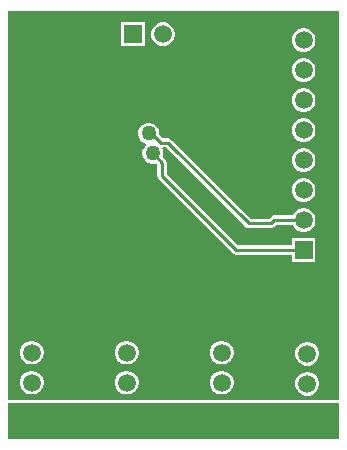
<source format=gbl>
G04*
G04 #@! TF.GenerationSoftware,Altium Limited,Altium Designer,21.6.1 (37)*
G04*
G04 Layer_Physical_Order=2*
G04 Layer_Color=16711680*
%FSLAX44Y44*%
%MOMM*%
G71*
G04*
G04 #@! TF.SameCoordinates,0F7C46F9-05DF-46B9-B7E4-F31FC23B8959*
G04*
G04*
G04 #@! TF.FilePolarity,Positive*
G04*
G01*
G75*
%ADD32C,0.2540*%
%ADD33R,1.5000X1.5000*%
%ADD34C,1.5000*%
%ADD35R,1.5000X1.5000*%
%ADD36C,1.2700*%
G36*
X540000Y259000D02*
X260000D01*
Y290000D01*
X540000D01*
Y259000D01*
D02*
G37*
G36*
Y292590D02*
X260000D01*
Y622000D01*
X540000D01*
Y292590D01*
D02*
G37*
%LPC*%
G36*
X392322Y612040D02*
X389678D01*
X387125Y611356D01*
X384835Y610034D01*
X382966Y608165D01*
X381644Y605875D01*
X380960Y603322D01*
Y600678D01*
X381644Y598125D01*
X382966Y595835D01*
X384835Y593966D01*
X387125Y592644D01*
X389678Y591960D01*
X392322D01*
X394875Y592644D01*
X397165Y593966D01*
X399034Y595835D01*
X400356Y598125D01*
X401040Y600678D01*
Y603322D01*
X400356Y605875D01*
X399034Y608165D01*
X397165Y610034D01*
X394875Y611356D01*
X392322Y612040D01*
D02*
G37*
G36*
X375640D02*
X355560D01*
Y591960D01*
X375640D01*
Y612040D01*
D02*
G37*
G36*
X511322Y607040D02*
X508678D01*
X506125Y606356D01*
X503835Y605034D01*
X501966Y603165D01*
X500644Y600875D01*
X499960Y598322D01*
Y595678D01*
X500644Y593125D01*
X501966Y590835D01*
X503835Y588966D01*
X506125Y587644D01*
X508678Y586960D01*
X511322D01*
X513875Y587644D01*
X516165Y588966D01*
X518034Y590835D01*
X519356Y593125D01*
X520040Y595678D01*
Y598322D01*
X519356Y600875D01*
X518034Y603165D01*
X516165Y605034D01*
X513875Y606356D01*
X511322Y607040D01*
D02*
G37*
G36*
Y581640D02*
X508678D01*
X506125Y580956D01*
X503835Y579634D01*
X501966Y577765D01*
X500644Y575475D01*
X499960Y572922D01*
Y570278D01*
X500644Y567725D01*
X501966Y565435D01*
X503835Y563566D01*
X506125Y562244D01*
X508678Y561560D01*
X511322D01*
X513875Y562244D01*
X516165Y563566D01*
X518034Y565435D01*
X519356Y567725D01*
X520040Y570278D01*
Y572922D01*
X519356Y575475D01*
X518034Y577765D01*
X516165Y579634D01*
X513875Y580956D01*
X511322Y581640D01*
D02*
G37*
G36*
Y556240D02*
X508678D01*
X506125Y555556D01*
X503835Y554234D01*
X501966Y552365D01*
X500644Y550075D01*
X499960Y547522D01*
Y544878D01*
X500644Y542325D01*
X501966Y540035D01*
X503835Y538166D01*
X506125Y536844D01*
X508678Y536160D01*
X511322D01*
X513875Y536844D01*
X516165Y538166D01*
X518034Y540035D01*
X519356Y542325D01*
X520040Y544878D01*
Y547522D01*
X519356Y550075D01*
X518034Y552365D01*
X516165Y554234D01*
X513875Y555556D01*
X511322Y556240D01*
D02*
G37*
G36*
Y530840D02*
X508678D01*
X506125Y530156D01*
X503835Y528834D01*
X501966Y526965D01*
X500644Y524675D01*
X499960Y522122D01*
Y519478D01*
X500644Y516925D01*
X501966Y514635D01*
X503835Y512766D01*
X506125Y511444D01*
X508678Y510760D01*
X511322D01*
X513875Y511444D01*
X516165Y512766D01*
X518034Y514635D01*
X519356Y516925D01*
X520040Y519478D01*
Y522122D01*
X519356Y524675D01*
X518034Y526965D01*
X516165Y528834D01*
X513875Y530156D01*
X511322Y530840D01*
D02*
G37*
G36*
Y505440D02*
X508678D01*
X506125Y504756D01*
X503835Y503434D01*
X501966Y501565D01*
X500644Y499275D01*
X499960Y496722D01*
Y494078D01*
X500644Y491525D01*
X501966Y489235D01*
X503835Y487366D01*
X506125Y486044D01*
X508678Y485360D01*
X511322D01*
X513875Y486044D01*
X516165Y487366D01*
X518034Y489235D01*
X519356Y491525D01*
X520040Y494078D01*
Y496722D01*
X519356Y499275D01*
X518034Y501565D01*
X516165Y503434D01*
X513875Y504756D01*
X511322Y505440D01*
D02*
G37*
G36*
Y480040D02*
X508678D01*
X506125Y479356D01*
X503835Y478034D01*
X501966Y476165D01*
X500644Y473875D01*
X499960Y471322D01*
Y468678D01*
X500644Y466125D01*
X501966Y463835D01*
X503835Y461966D01*
X506125Y460644D01*
X508678Y459960D01*
X511322D01*
X513875Y460644D01*
X516165Y461966D01*
X518034Y463835D01*
X519356Y466125D01*
X520040Y468678D01*
Y471322D01*
X519356Y473875D01*
X518034Y476165D01*
X516165Y478034D01*
X513875Y479356D01*
X511322Y480040D01*
D02*
G37*
G36*
X380170Y526890D02*
X377830D01*
X375569Y526284D01*
X373541Y525114D01*
X371886Y523459D01*
X370716Y521431D01*
X370110Y519170D01*
Y516830D01*
X370716Y514569D01*
X371886Y512541D01*
X373541Y510886D01*
X375569Y509716D01*
X376721Y509407D01*
X376940Y508465D01*
X376941Y508033D01*
X375366Y506459D01*
X374196Y504431D01*
X373590Y502170D01*
Y499830D01*
X374196Y497569D01*
X375366Y495541D01*
X377021Y493886D01*
X379049Y492716D01*
X381310Y492110D01*
X383650D01*
X385406Y492580D01*
X386275Y491711D01*
Y481840D01*
X386571Y480353D01*
X387413Y479093D01*
X450053Y416453D01*
X451313Y415611D01*
X452800Y415315D01*
X499960D01*
Y409160D01*
X520040D01*
Y429240D01*
X499960D01*
Y423085D01*
X454409D01*
X394045Y483449D01*
Y493320D01*
X393749Y494807D01*
X392907Y496067D01*
X390900Y498074D01*
X391370Y499830D01*
Y502170D01*
X390764Y504431D01*
X390410Y505045D01*
X391045Y506145D01*
X393730D01*
X460782Y439093D01*
X462042Y438251D01*
X463528Y437955D01*
X482138D01*
X483624Y438251D01*
X484885Y439093D01*
X486507Y440715D01*
X500650D01*
X501966Y438435D01*
X503835Y436566D01*
X506125Y435244D01*
X508678Y434560D01*
X511322D01*
X513875Y435244D01*
X516165Y436566D01*
X518034Y438435D01*
X519356Y440725D01*
X520040Y443278D01*
Y445922D01*
X519356Y448475D01*
X518034Y450765D01*
X516165Y452634D01*
X513875Y453956D01*
X511322Y454640D01*
X508678D01*
X506125Y453956D01*
X503835Y452634D01*
X501966Y450765D01*
X500650Y448485D01*
X484898D01*
X483411Y448189D01*
X482151Y447347D01*
X480529Y445725D01*
X465137D01*
X398086Y512777D01*
X396825Y513619D01*
X395339Y513914D01*
X390686D01*
X387865Y516736D01*
X387890Y516830D01*
Y519170D01*
X387284Y521431D01*
X386114Y523459D01*
X384459Y525114D01*
X382431Y526284D01*
X380170Y526890D01*
D02*
G37*
G36*
X441988Y342440D02*
X439345D01*
X436791Y341756D01*
X434502Y340434D01*
X432633Y338565D01*
X431311Y336275D01*
X430627Y333722D01*
Y331078D01*
X431311Y328525D01*
X432633Y326235D01*
X434502Y324366D01*
X436791Y323044D01*
X439345Y322360D01*
X441988D01*
X444542Y323044D01*
X446831Y324366D01*
X448701Y326235D01*
X450022Y328525D01*
X450707Y331078D01*
Y333722D01*
X450022Y336275D01*
X448701Y338565D01*
X446831Y340434D01*
X444542Y341756D01*
X441988Y342440D01*
D02*
G37*
G36*
X361655D02*
X359011D01*
X356458Y341756D01*
X354169Y340434D01*
X352299Y338565D01*
X350978Y336275D01*
X350293Y333722D01*
Y331078D01*
X350978Y328525D01*
X352299Y326235D01*
X354169Y324366D01*
X356458Y323044D01*
X359011Y322360D01*
X361655D01*
X364209Y323044D01*
X366498Y324366D01*
X368367Y326235D01*
X369689Y328525D01*
X370373Y331078D01*
Y333722D01*
X369689Y336275D01*
X368367Y338565D01*
X366498Y340434D01*
X364209Y341756D01*
X361655Y342440D01*
D02*
G37*
G36*
X281322D02*
X278678D01*
X276125Y341756D01*
X273835Y340434D01*
X271966Y338565D01*
X270644Y336275D01*
X269960Y333722D01*
Y331078D01*
X270644Y328525D01*
X271966Y326235D01*
X273835Y324366D01*
X276125Y323044D01*
X278678Y322360D01*
X281322D01*
X283875Y323044D01*
X286165Y324366D01*
X288034Y326235D01*
X289356Y328525D01*
X290040Y331078D01*
Y333722D01*
X289356Y336275D01*
X288034Y338565D01*
X286165Y340434D01*
X283875Y341756D01*
X281322Y342440D01*
D02*
G37*
G36*
X514322Y341440D02*
X511678D01*
X509125Y340756D01*
X506835Y339434D01*
X504966Y337565D01*
X503644Y335275D01*
X502960Y332722D01*
Y330078D01*
X503644Y327525D01*
X504966Y325235D01*
X506835Y323366D01*
X509125Y322044D01*
X511678Y321360D01*
X514322D01*
X516875Y322044D01*
X519165Y323366D01*
X521034Y325235D01*
X522356Y327525D01*
X523040Y330078D01*
Y332722D01*
X522356Y335275D01*
X521034Y337565D01*
X519165Y339434D01*
X516875Y340756D01*
X514322Y341440D01*
D02*
G37*
G36*
X441988Y317040D02*
X439345D01*
X436791Y316356D01*
X434502Y315034D01*
X432633Y313165D01*
X431311Y310875D01*
X430627Y308322D01*
Y305678D01*
X431311Y303125D01*
X432633Y300835D01*
X434502Y298966D01*
X436791Y297644D01*
X439345Y296960D01*
X441988D01*
X444542Y297644D01*
X446831Y298966D01*
X448701Y300835D01*
X450022Y303125D01*
X450707Y305678D01*
Y308322D01*
X450022Y310875D01*
X448701Y313165D01*
X446831Y315034D01*
X444542Y316356D01*
X441988Y317040D01*
D02*
G37*
G36*
X361655D02*
X359011D01*
X356458Y316356D01*
X354169Y315034D01*
X352299Y313165D01*
X350978Y310875D01*
X350293Y308322D01*
Y305678D01*
X350978Y303125D01*
X352299Y300835D01*
X354169Y298966D01*
X356458Y297644D01*
X359011Y296960D01*
X361655D01*
X364209Y297644D01*
X366498Y298966D01*
X368367Y300835D01*
X369689Y303125D01*
X370373Y305678D01*
Y308322D01*
X369689Y310875D01*
X368367Y313165D01*
X366498Y315034D01*
X364209Y316356D01*
X361655Y317040D01*
D02*
G37*
G36*
X281322D02*
X278678D01*
X276125Y316356D01*
X273835Y315034D01*
X271966Y313165D01*
X270644Y310875D01*
X269960Y308322D01*
Y305678D01*
X270644Y303125D01*
X271966Y300835D01*
X273835Y298966D01*
X276125Y297644D01*
X278678Y296960D01*
X281322D01*
X283875Y297644D01*
X286165Y298966D01*
X288034Y300835D01*
X289356Y303125D01*
X290040Y305678D01*
Y308322D01*
X289356Y310875D01*
X288034Y313165D01*
X286165Y315034D01*
X283875Y316356D01*
X281322Y317040D01*
D02*
G37*
G36*
X514322Y316040D02*
X511678D01*
X509125Y315356D01*
X506835Y314034D01*
X504966Y312165D01*
X503644Y309875D01*
X502960Y307322D01*
Y304678D01*
X503644Y302125D01*
X504966Y299835D01*
X506835Y297966D01*
X509125Y296644D01*
X511678Y295960D01*
X514322D01*
X516875Y296644D01*
X519165Y297966D01*
X521034Y299835D01*
X522356Y302125D01*
X523040Y304678D01*
Y307322D01*
X522356Y309875D01*
X521034Y312165D01*
X519165Y314034D01*
X516875Y315356D01*
X514322Y316040D01*
D02*
G37*
%LPD*%
D32*
X381107Y518000D02*
X389077Y510030D01*
X382480Y501000D02*
X390160Y493320D01*
Y481840D02*
Y493320D01*
X379000Y518000D02*
X381107D01*
X389077Y510030D02*
X395339D01*
X452800Y419200D02*
X510000D01*
X390160Y481840D02*
X452800Y419200D01*
X395339Y510030D02*
X463528Y441840D01*
X482138D01*
X484898Y444600D01*
X510000D01*
D33*
Y419200D02*
D03*
X513000Y280600D02*
D03*
X280000Y281600D02*
D03*
X440667D02*
D03*
X360333D02*
D03*
D34*
X510000Y444600D02*
D03*
Y470000D02*
D03*
Y495400D02*
D03*
Y520800D02*
D03*
Y546200D02*
D03*
Y571600D02*
D03*
Y597000D02*
D03*
X391000Y602000D02*
D03*
X416400D02*
D03*
X513000Y356800D02*
D03*
Y331400D02*
D03*
Y306000D02*
D03*
X280000Y357800D02*
D03*
Y332400D02*
D03*
Y307000D02*
D03*
X440667Y357800D02*
D03*
Y332400D02*
D03*
Y307000D02*
D03*
X360333Y357800D02*
D03*
Y332400D02*
D03*
Y307000D02*
D03*
D35*
X365600Y602000D02*
D03*
D36*
X382480Y501000D02*
D03*
X380000Y482000D02*
D03*
X379000Y518000D02*
D03*
X315000Y501000D02*
D03*
X329000Y511000D02*
D03*
X316000Y516000D02*
D03*
X314000Y530000D02*
D03*
Y547000D02*
D03*
X440473Y486750D02*
D03*
X481000Y472000D02*
D03*
M02*

</source>
